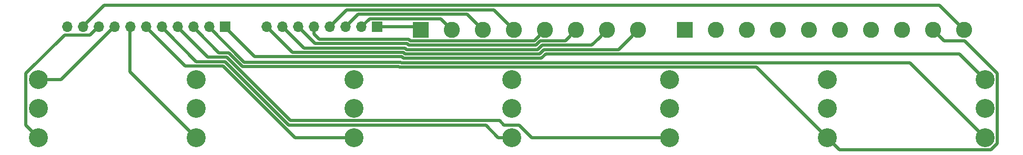
<source format=gbr>
G04 #@! TF.GenerationSoftware,KiCad,Pcbnew,(5.1.2)-2*
G04 #@! TF.CreationDate,2020-02-17T19:57:39-06:00*
G04 #@! TF.ProjectId,Switches4,53776974-6368-4657-9334-2e6b69636164,rev?*
G04 #@! TF.SameCoordinates,Original*
G04 #@! TF.FileFunction,Copper,L1,Top*
G04 #@! TF.FilePolarity,Positive*
%FSLAX46Y46*%
G04 Gerber Fmt 4.6, Leading zero omitted, Abs format (unit mm)*
G04 Created by KiCad (PCBNEW (5.1.2)-2) date 2020-02-17 19:57:39*
%MOMM*%
%LPD*%
G04 APERTURE LIST*
%ADD10C,2.600000*%
%ADD11R,2.600000X2.600000*%
%ADD12O,1.700000X1.700000*%
%ADD13R,1.700000X1.700000*%
%ADD14C,3.048000*%
%ADD15C,0.508000*%
G04 APERTURE END LIST*
D10*
X207500000Y-55000000D03*
X202500000Y-55000000D03*
X197500000Y-55000000D03*
X192500000Y-55000000D03*
X187500000Y-55000000D03*
X182500000Y-55000000D03*
X177500000Y-55000000D03*
X172500000Y-55000000D03*
X167500000Y-55000000D03*
D11*
X162500000Y-55000000D03*
D10*
X155000000Y-55000000D03*
X150000000Y-55000000D03*
X145000000Y-55000000D03*
X140000000Y-55000000D03*
X135000000Y-55000000D03*
X130000000Y-55000000D03*
X125000000Y-55000000D03*
D11*
X120000000Y-55000000D03*
D12*
X95220000Y-54500000D03*
X97760000Y-54500000D03*
X100300000Y-54500000D03*
X102840000Y-54500000D03*
X105380000Y-54500000D03*
X107920000Y-54500000D03*
X110460000Y-54500000D03*
D13*
X113000000Y-54500000D03*
D12*
X63100000Y-54500000D03*
X65640000Y-54500000D03*
X68180000Y-54500000D03*
X70720000Y-54500000D03*
X73260000Y-54500000D03*
X75800000Y-54500000D03*
X78340000Y-54500000D03*
X80880000Y-54500000D03*
X83420000Y-54500000D03*
X85960000Y-54500000D03*
D13*
X88500000Y-54500000D03*
D14*
X210820000Y-72392000D03*
X210820000Y-67692000D03*
X210820000Y-62992000D03*
X58420000Y-72392000D03*
X58420000Y-67692000D03*
X58420000Y-62992000D03*
X185420000Y-72392000D03*
X185420000Y-67692000D03*
X185420000Y-62992000D03*
X160020000Y-72392000D03*
X160020000Y-67692000D03*
X160020000Y-62992000D03*
X134620000Y-72392000D03*
X134620000Y-67692000D03*
X134620000Y-62992000D03*
X109220000Y-72392000D03*
X109220000Y-67692000D03*
X109220000Y-62992000D03*
X83820000Y-72392000D03*
X83820000Y-67692000D03*
X83820000Y-62992000D03*
D15*
X116909732Y-59332044D02*
X117163733Y-59586044D01*
X209296001Y-61468001D02*
X210820000Y-62992000D01*
X140127079Y-58878033D02*
X206706033Y-58878033D01*
X139419071Y-59586041D02*
X140127079Y-58878033D01*
X88400000Y-54500000D02*
X93232041Y-59332041D01*
X206706033Y-58878033D02*
X209296001Y-61468001D01*
X117296424Y-59586042D02*
X139419071Y-59586041D01*
X93232041Y-59332041D02*
X116909732Y-59332044D01*
X117163733Y-59586044D02*
X117296424Y-59586042D01*
X198722054Y-60294054D02*
X209296001Y-70868001D01*
X116784422Y-60208010D02*
X116870466Y-60294054D01*
X209296001Y-70868001D02*
X210820000Y-72392000D01*
X116870466Y-60294054D02*
X198722054Y-60294054D01*
X91568010Y-60208010D02*
X116784422Y-60208010D01*
X85860000Y-54500000D02*
X91568010Y-60208010D01*
X203799999Y-56299999D02*
X202500000Y-55000000D01*
X204254001Y-56754001D02*
X203799999Y-56299999D01*
X207509443Y-56754001D02*
X204254001Y-56754001D01*
X212798001Y-62042559D02*
X207509443Y-56754001D01*
X212798001Y-73341441D02*
X212798001Y-62042559D01*
X211769441Y-74370001D02*
X212798001Y-73341441D01*
X187398001Y-74370001D02*
X211769441Y-74370001D01*
X185420000Y-72392000D02*
X187398001Y-74370001D01*
X89066734Y-58708012D02*
X87528011Y-58708011D01*
X116515657Y-61002062D02*
X116429616Y-60916021D01*
X91274743Y-60916021D02*
X89066734Y-58708012D01*
X84169999Y-55349999D02*
X83320000Y-54500000D01*
X116429616Y-60916021D02*
X91274743Y-60916021D01*
X185420000Y-72392000D02*
X174030062Y-61002062D01*
X87528011Y-58708011D02*
X84169999Y-55349999D01*
X174030062Y-61002062D02*
X116515657Y-61002062D01*
X88773466Y-59416022D02*
X85696022Y-59416022D01*
X99027445Y-69670001D02*
X88773466Y-59416022D01*
X85696022Y-59416022D02*
X81629999Y-55349999D01*
X133377291Y-70378011D02*
X132669281Y-69670001D01*
X137878744Y-72392000D02*
X135864756Y-70378012D01*
X160020000Y-72392000D02*
X137878744Y-72392000D01*
X135864756Y-70378012D02*
X133377291Y-70378011D01*
X132669281Y-69670001D02*
X99027445Y-69670001D01*
X81629999Y-55349999D02*
X80780000Y-54500000D01*
X79089999Y-55349999D02*
X78240000Y-54500000D01*
X134620000Y-72392000D02*
X132464739Y-72392000D01*
X130486738Y-70413999D02*
X98770165Y-70413999D01*
X88480199Y-60124033D02*
X83864033Y-60124033D01*
X98770165Y-70413999D02*
X88480199Y-60124033D01*
X83864033Y-60124033D02*
X79089999Y-55349999D01*
X132464739Y-72392000D02*
X130486738Y-70413999D01*
X107064739Y-72392000D02*
X109220000Y-72392000D01*
X99746888Y-72392000D02*
X107064739Y-72392000D01*
X82032044Y-60832044D02*
X88186932Y-60832044D01*
X75700000Y-54500000D02*
X82032044Y-60832044D01*
X88186932Y-60832044D02*
X99746888Y-72392000D01*
X73160000Y-61732000D02*
X83820000Y-72392000D01*
X73160000Y-54500000D02*
X73160000Y-61732000D01*
X62128000Y-62992000D02*
X70620000Y-54500000D01*
X58420000Y-62992000D02*
X62128000Y-62992000D01*
X67230001Y-55349999D02*
X68080000Y-54500000D01*
X66775999Y-55804001D02*
X67230001Y-55349999D01*
X62680557Y-55804001D02*
X66775999Y-55804001D01*
X56441999Y-62042559D02*
X62680557Y-55804001D01*
X56441999Y-70413999D02*
X56441999Y-62042559D01*
X58420000Y-72392000D02*
X56441999Y-70413999D01*
X206200001Y-53700001D02*
X207500000Y-55000000D01*
X203500000Y-51000000D02*
X206200001Y-53700001D01*
X69040000Y-51000000D02*
X203500000Y-51000000D01*
X65540000Y-54500000D02*
X69040000Y-51000000D01*
X117456999Y-58878033D02*
X139125803Y-58878031D01*
X139125803Y-58878031D02*
X139833812Y-58170022D01*
X99344033Y-58624033D02*
X117202997Y-58624033D01*
X139833812Y-58170022D02*
X151829978Y-58170022D01*
X95220000Y-54500000D02*
X99344033Y-58624033D01*
X117202997Y-58624033D02*
X117456999Y-58878033D01*
X151829978Y-58170022D02*
X153700001Y-56299999D01*
X153700001Y-56299999D02*
X155000000Y-55000000D01*
X117496264Y-57916022D02*
X117750265Y-58170023D01*
X139540545Y-57462011D02*
X147537989Y-57462011D01*
X147537989Y-57462011D02*
X148700001Y-56299999D01*
X148700001Y-56299999D02*
X150000000Y-55000000D01*
X138832535Y-58170021D02*
X139540545Y-57462011D01*
X97760000Y-54500000D02*
X101176021Y-57916021D01*
X117750265Y-58170023D02*
X138832535Y-58170021D01*
X102714744Y-57916022D02*
X117496264Y-57916022D01*
X101176021Y-57916021D02*
X102714744Y-57916022D01*
X139247278Y-56754000D02*
X143246000Y-56754000D01*
X143700001Y-56299999D02*
X145000000Y-55000000D01*
X143246000Y-56754000D02*
X143700001Y-56299999D01*
X138539267Y-57462011D02*
X139247278Y-56754000D01*
X118043532Y-57462012D02*
X138539267Y-57462011D01*
X103008011Y-57208011D02*
X117789531Y-57208011D01*
X100300000Y-54500000D02*
X103008011Y-57208011D01*
X117789531Y-57208011D02*
X118043532Y-57462012D01*
X138245999Y-56754001D02*
X138700001Y-56299999D01*
X102840000Y-54500000D02*
X102840000Y-55702081D01*
X118082798Y-56500000D02*
X118336799Y-56754001D01*
X138700001Y-56299999D02*
X140000000Y-55000000D01*
X118336799Y-56754001D02*
X138245999Y-56754001D01*
X102840000Y-55702081D02*
X103637919Y-56500000D01*
X103637919Y-56500000D02*
X118082798Y-56500000D01*
X133700001Y-53700001D02*
X135000000Y-55000000D01*
X131779982Y-51779982D02*
X133700001Y-53700001D01*
X108100018Y-51779982D02*
X131779982Y-51779982D01*
X105380000Y-54500000D02*
X108100018Y-51779982D01*
X128700001Y-53700001D02*
X130000000Y-55000000D01*
X127487988Y-52487988D02*
X128700001Y-53700001D01*
X109932013Y-52487988D02*
X127487988Y-52487988D01*
X107920000Y-54500000D02*
X109932013Y-52487988D01*
X123700001Y-53700001D02*
X125000000Y-55000000D01*
X123195999Y-53195999D02*
X123700001Y-53700001D01*
X111764001Y-53195999D02*
X123195999Y-53195999D01*
X110460000Y-54500000D02*
X111764001Y-53195999D01*
X119500000Y-54500000D02*
X120000000Y-55000000D01*
X113000000Y-54500000D02*
X119500000Y-54500000D01*
M02*

</source>
